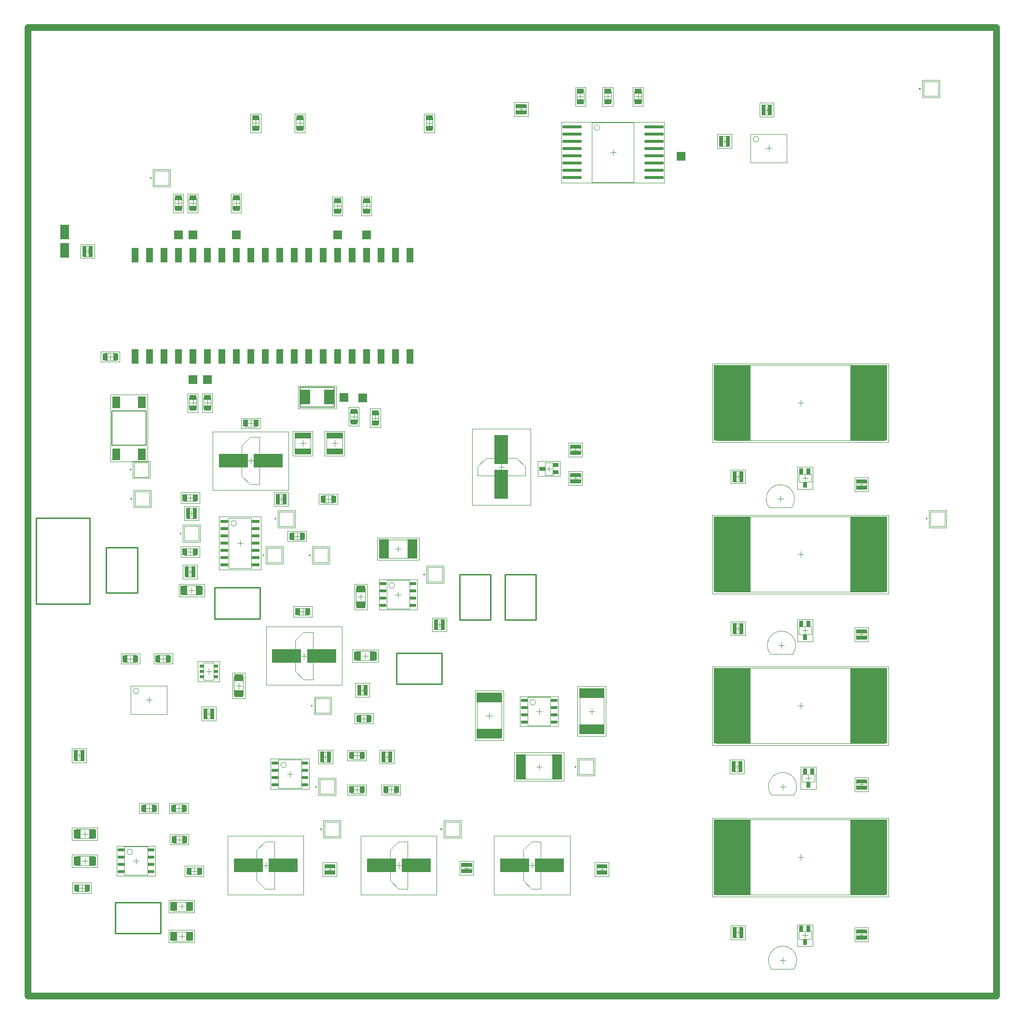
<source format=gtp>
G04*
G04 #@! TF.GenerationSoftware,Altium Limited,Altium Designer,21.6.1 (37)*
G04*
G04 Layer_Color=8421504*
%FSLAX44Y44*%
%MOMM*%
G71*
G04*
G04 #@! TF.SameCoordinates,E20D9ADD-B448-4F6B-AF7A-840ACA54CB8B*
G04*
G04*
G04 #@! TF.FilePolarity,Positive*
G04*
G01*
G75*
%ADD10C,0.1000*%
%ADD13C,0.2540*%
%ADD15C,0.2000*%
%ADD16C,0.1270*%
%ADD18C,1.2000*%
%ADD19C,0.0500*%
%ADD20R,1.8000X4.4500*%
%ADD21R,4.4500X1.8000*%
%ADD22R,1.8000X3.3500*%
%ADD23O,3.4000X0.5500*%
%ADD24R,1.4500X0.6000*%
%ADD25O,1.2500X0.5500*%
%ADD26R,1.2700X2.5000*%
%ADD27R,1.2700X2.5400*%
%ADD28R,0.8000X0.6000*%
%ADD29R,0.7000X1.0000*%
%ADD30R,1.0000X0.7000*%
%ADD31R,6.4500X13.3000*%
%ADD32R,5.1500X2.4500*%
%ADD33R,2.4500X5.1500*%
%ADD34R,1.6500X1.2000*%
%ADD35R,1.2000X1.6500*%
%ADD36R,1.3000X0.9000*%
%ADD37R,0.9000X1.3000*%
%ADD38R,0.8000X1.8500*%
%ADD39R,1.8500X0.8000*%
%ADD40R,2.9500X1.0000*%
%ADD41R,1.5240X1.5240*%
%ADD42R,1.5240X1.5240*%
%ADD43R,1.6000X2.5000*%
%ADD44R,1.9000X2.6000*%
G04:AMPARAMS|DCode=45|XSize=2.1mm|YSize=1.38mm|CornerRadius=0.1035mm|HoleSize=0mm|Usage=FLASHONLY|Rotation=270.000|XOffset=0mm|YOffset=0mm|HoleType=Round|Shape=RoundedRectangle|*
%AMROUNDEDRECTD45*
21,1,2.1000,1.1730,0,0,270.0*
21,1,1.8930,1.3800,0,0,270.0*
1,1,0.2070,-0.5865,-0.9465*
1,1,0.2070,-0.5865,0.9465*
1,1,0.2070,0.5865,0.9465*
1,1,0.2070,0.5865,-0.9465*
%
%ADD45ROUNDEDRECTD45*%
D10*
X1004000Y1524750D02*
G03*
X1004000Y1524750I-5000J0D01*
G01*
X366500Y830000D02*
G03*
X366500Y830000I-5000J0D01*
G01*
X184000Y253500D02*
G03*
X184000Y253500I-5000J0D01*
G01*
X454000Y406000D02*
G03*
X454000Y406000I-5000J0D01*
G01*
X891500Y516000D02*
G03*
X891500Y516000I-5000J0D01*
G01*
X644000Y721000D02*
G03*
X644000Y721000I-5000J0D01*
G01*
X1340800Y858000D02*
G03*
X1301200Y858000I-19800J15000D01*
G01*
X1344800Y352986D02*
G03*
X1305200Y352986I-19800J15000D01*
G01*
X1342800Y601000D02*
G03*
X1303200Y601000I-19800J15000D01*
G01*
X1344800Y48000D02*
G03*
X1305200Y48000I-19800J15000D01*
G01*
X1282980Y1504440D02*
G03*
X1282980Y1504440I-5000J0D01*
G01*
X195000Y536000D02*
G03*
X195000Y536000I-5000J0D01*
G01*
X861000Y381000D02*
X934000D01*
X861000Y424000D02*
X934000D01*
Y381000D02*
Y424000D01*
X861000Y381000D02*
Y424000D01*
X968500Y463500D02*
Y536500D01*
X1011500Y463500D02*
Y536500D01*
X968500Y463500D02*
X1011500D01*
X968500Y536500D02*
X1011500D01*
X788500Y456000D02*
Y529000D01*
X831500Y456000D02*
Y529000D01*
X788500Y456000D02*
X831500D01*
X788500Y529000D02*
X831500D01*
X680000Y769000D02*
Y801000D01*
X620000Y769000D02*
Y801000D01*
Y769000D02*
X680000D01*
X620000Y801000D02*
X680000D01*
X990000Y1428750D02*
Y1533750D01*
X1064000Y1428750D02*
Y1533750D01*
X990000D02*
X1064000D01*
X990000Y1428750D02*
X1064000D01*
X352500Y751000D02*
X392500D01*
X352500Y839000D02*
X392500D01*
Y751000D02*
Y839000D01*
X352500Y751000D02*
Y839000D01*
X170000Y212500D02*
X210000D01*
X170000Y262500D02*
X210000D01*
Y212500D02*
Y262500D01*
X170000Y212500D02*
Y262500D01*
X440000Y365000D02*
X480000D01*
X440000Y415000D02*
X480000D01*
Y365000D02*
Y415000D01*
X440000Y365000D02*
Y415000D01*
X877500Y475000D02*
X917500D01*
X877500Y525000D02*
X917500D01*
Y475000D02*
Y525000D01*
X877500Y475000D02*
Y525000D01*
X630000Y680000D02*
X670000D01*
X630000Y730000D02*
X670000D01*
Y680000D02*
Y730000D01*
X630000Y680000D02*
Y730000D01*
X308750Y585000D02*
X326250D01*
X308750Y555000D02*
X326250D01*
X308750D02*
Y585000D01*
X326250Y555000D02*
Y585000D01*
X1353040Y648723D02*
X1375040D01*
X1353040Y635223D02*
X1375040D01*
Y648723D01*
X1353040Y635223D02*
Y648723D01*
X1359540Y389750D02*
X1381540D01*
X1359540Y376250D02*
X1381540D01*
Y389750D01*
X1359540Y376250D02*
Y389750D01*
X1353040Y916370D02*
X1375040D01*
X1353040Y902870D02*
X1375040D01*
Y916370D01*
X1353040Y902870D02*
Y916370D01*
X921300Y915100D02*
Y937100D01*
X907800Y915100D02*
Y937100D01*
Y915100D02*
X921300D01*
X907800Y937100D02*
X921300D01*
X1353040Y113430D02*
X1375040D01*
X1353040Y99930D02*
X1375040D01*
Y113430D01*
X1353040Y99930D02*
Y113430D01*
X1208410Y709497D02*
Y841597D01*
X1504310Y709497D02*
Y841597D01*
X1208410D02*
X1504310D01*
X1208410Y709497D02*
X1504310D01*
X1208410Y443643D02*
Y575743D01*
X1504310Y443643D02*
Y575743D01*
X1208410D02*
X1504310D01*
X1208410Y443643D02*
X1504310D01*
X1208410Y975350D02*
Y1107450D01*
X1504310Y975350D02*
Y1107450D01*
X1208410D02*
X1504310D01*
X1208410Y975350D02*
X1504310D01*
X1208410Y177790D02*
Y309890D01*
X1504310Y177790D02*
Y309890D01*
X1208410D02*
X1504310D01*
X1208410Y177790D02*
X1504310D01*
X469500Y570625D02*
Y624375D01*
Y570625D02*
X484125Y556000D01*
X500500D01*
Y639000D01*
X484125D02*
X500500D01*
X469500Y624375D02*
X484125Y639000D01*
X375660Y912925D02*
Y966675D01*
Y912925D02*
X390285Y898300D01*
X406660D01*
Y981300D01*
X390285D02*
X406660D01*
X375660Y966675D02*
X390285Y981300D01*
X635800Y203125D02*
Y256875D01*
Y203125D02*
X650425Y188500D01*
X666800D01*
Y271500D01*
X650425D02*
X666800D01*
X635800Y256875D02*
X650425Y271500D01*
X402000Y203125D02*
Y256875D01*
Y203125D02*
X416625Y188500D01*
X433000D01*
Y271500D01*
X416625D02*
X433000D01*
X402000Y256875D02*
X416625Y271500D01*
X869600Y203125D02*
Y256875D01*
Y203125D02*
X884225Y188500D01*
X900600D01*
Y271500D01*
X884225D02*
X900600D01*
X869600Y256875D02*
X884225Y271500D01*
X804425Y944600D02*
X858175D01*
X789800Y929975D02*
X804425Y944600D01*
X789800Y913600D02*
Y929975D01*
Y913600D02*
X872800D01*
Y929975D01*
X858175Y944600D02*
X872800Y929975D01*
X362000Y561000D02*
X378000D01*
X362000Y529000D02*
X378000D01*
Y561000D01*
X362000Y529000D02*
Y561000D01*
X116000Y229500D02*
Y245500D01*
X84000Y229500D02*
Y245500D01*
Y229500D02*
X116000D01*
X84000Y245500D02*
X116000D01*
X271500Y704500D02*
Y720500D01*
X303500Y704500D02*
Y720500D01*
X271500D02*
X303500D01*
X271500Y704500D02*
X303500D01*
X116000Y277000D02*
Y293000D01*
X84000Y277000D02*
Y293000D01*
Y277000D02*
X116000D01*
X84000Y293000D02*
X116000D01*
X608500Y589500D02*
Y605500D01*
X576500Y589500D02*
Y605500D01*
Y589500D02*
X608500D01*
X576500Y605500D02*
X608500D01*
X286000Y97000D02*
Y113000D01*
X254000Y97000D02*
Y113000D01*
Y97000D02*
X286000D01*
X254000Y113000D02*
X286000D01*
X254000Y149500D02*
Y165500D01*
X286000Y149500D02*
Y165500D01*
X254000D02*
X286000D01*
X254000Y149500D02*
X286000D01*
X576147Y717000D02*
X592147D01*
X576147Y685000D02*
X592147D01*
Y717000D01*
X576147Y685000D02*
Y717000D01*
X393750Y1522500D02*
Y1542500D01*
X406250Y1522500D02*
Y1542500D01*
X393750Y1522500D02*
X406250D01*
X393750Y1542500D02*
X406250D01*
X471250Y1522500D02*
Y1542500D01*
X483750Y1522500D02*
Y1542500D01*
X471250Y1522500D02*
X483750D01*
X471250Y1542500D02*
X483750D01*
X698550Y1522500D02*
Y1542500D01*
X711050Y1522500D02*
Y1542500D01*
X698550Y1522500D02*
X711050D01*
X698550Y1542500D02*
X711050D01*
X282250Y213250D02*
X302250D01*
X282250Y225750D02*
X302250D01*
Y213250D02*
Y225750D01*
X282250Y213250D02*
Y225750D01*
X275000Y881250D02*
X295000D01*
X275000Y868750D02*
X295000D01*
X275000D02*
Y881250D01*
X295000Y868750D02*
Y881250D01*
X472500Y668750D02*
X492500D01*
X472500Y681250D02*
X492500D01*
Y668750D02*
Y681250D01*
X472500Y668750D02*
Y681250D01*
X256000Y268750D02*
X276000D01*
X256000Y281250D02*
X276000D01*
Y268750D02*
Y281250D01*
X256000Y268750D02*
Y281250D01*
X381160Y999590D02*
X401160D01*
X381160Y1012090D02*
X401160D01*
Y999590D02*
Y1012090D01*
X381160Y999590D02*
Y1012090D01*
X567500Y416250D02*
X587500D01*
X567500Y428750D02*
X587500D01*
Y416250D02*
Y428750D01*
X567500Y416250D02*
Y428750D01*
X517500Y866250D02*
X537500D01*
X517500Y878750D02*
X537500D01*
Y866250D02*
Y878750D01*
X517500Y866250D02*
Y878750D01*
X255000Y336250D02*
X275000D01*
X255000Y323750D02*
X275000D01*
X255000D02*
Y336250D01*
X275000Y323750D02*
Y336250D01*
X275000Y773750D02*
X295000D01*
X275000Y786250D02*
X295000D01*
Y773750D02*
Y786250D01*
X275000Y773750D02*
Y786250D01*
X85000Y196250D02*
X105000D01*
X85000Y183750D02*
X105000D01*
X85000D02*
Y196250D01*
X105000Y183750D02*
Y196250D01*
X227500Y598750D02*
X247500D01*
X227500Y586250D02*
X247500D01*
X227500D02*
Y598750D01*
X247500Y586250D02*
Y598750D01*
X170000D02*
X190000D01*
X170000Y586250D02*
X190000D01*
X170000D02*
Y598750D01*
X190000Y586250D02*
Y598750D01*
X580000Y481250D02*
X600000D01*
X580000Y493750D02*
X600000D01*
Y481250D02*
Y493750D01*
X580000Y481250D02*
Y493750D01*
X627500Y368750D02*
X647500D01*
X627500Y356250D02*
X647500D01*
X627500D02*
Y368750D01*
X647500Y356250D02*
Y368750D01*
X135000Y1128750D02*
X155000D01*
X135000Y1116250D02*
X155000D01*
X135000D02*
Y1128750D01*
X155000Y1116250D02*
Y1128750D01*
X976250Y1569000D02*
Y1589000D01*
X963750Y1569000D02*
Y1589000D01*
X976250D01*
X963750Y1569000D02*
X976250D01*
X1024250D02*
Y1589000D01*
X1011750Y1569000D02*
Y1589000D01*
X1024250D01*
X1011750Y1569000D02*
X1024250D01*
X1077250D02*
Y1589000D01*
X1064750Y1569000D02*
Y1589000D01*
X1077250D01*
X1064750Y1569000D02*
X1077250D01*
X202500Y323750D02*
X222500D01*
X202500Y336250D02*
X222500D01*
Y323750D02*
Y336250D01*
X202500Y323750D02*
Y336250D01*
X567500Y368750D02*
X587500D01*
X567500Y356250D02*
X587500D01*
X567500D02*
Y368750D01*
X587500Y356250D02*
Y368750D01*
X372010Y1381920D02*
Y1401920D01*
X359510Y1381920D02*
Y1401920D01*
X372010D01*
X359510Y1381920D02*
X372010D01*
X295810D02*
Y1401920D01*
X283310Y1381920D02*
Y1401920D01*
X295810D01*
X283310Y1381920D02*
X295810D01*
X270410D02*
Y1401920D01*
X257910Y1381920D02*
Y1401920D01*
X270410D01*
X257910Y1381920D02*
X270410D01*
X549810Y1376840D02*
Y1396840D01*
X537310Y1376840D02*
Y1396840D01*
X549810D01*
X537310Y1376840D02*
X549810D01*
X600610D02*
Y1396840D01*
X588110Y1376840D02*
Y1396840D01*
X600610D01*
X588110Y1376840D02*
X600610D01*
X603750Y1005000D02*
Y1025000D01*
X616250Y1005000D02*
Y1025000D01*
X603750Y1005000D02*
X616250D01*
X603750Y1025000D02*
X616250D01*
X566250Y1007500D02*
Y1027500D01*
X578750Y1007500D02*
Y1027500D01*
X566250Y1007500D02*
X578750D01*
X566250Y1027500D02*
X578750D01*
X308710Y1031400D02*
Y1051400D01*
X321210Y1031400D02*
Y1051400D01*
X308710Y1031400D02*
X321210D01*
X308710Y1051400D02*
X321210D01*
X283310Y1031400D02*
Y1051400D01*
X295810Y1031400D02*
Y1051400D01*
X283310Y1031400D02*
X295810D01*
X283310Y1051400D02*
X295810D01*
X462500Y801250D02*
X482500D01*
X462500Y813750D02*
X482500D01*
Y801250D02*
Y813750D01*
X462500Y801250D02*
Y813750D01*
X277500Y736000D02*
Y754000D01*
X292500Y736000D02*
Y754000D01*
X277500D02*
X292500D01*
X277500Y736000D02*
X292500D01*
X515000Y411000D02*
Y429000D01*
X530000Y411000D02*
Y429000D01*
X515000D02*
X530000D01*
X515000Y411000D02*
X530000D01*
X82500Y413500D02*
Y431500D01*
X97500Y413500D02*
Y431500D01*
X82500D02*
X97500D01*
X82500Y413500D02*
X97500D01*
X325500Y487000D02*
Y505000D01*
X310500Y487000D02*
Y505000D01*
Y487000D02*
X325500D01*
X310500Y505000D02*
X325500D01*
X1304500Y1547000D02*
Y1565000D01*
X1289500Y1547000D02*
Y1565000D01*
Y1547000D02*
X1304500D01*
X1289500Y1565000D02*
X1304500D01*
X1215500Y1492000D02*
Y1510000D01*
X1230500Y1492000D02*
Y1510000D01*
X1215500D02*
X1230500D01*
X1215500Y1492000D02*
X1230500D01*
X580000Y528500D02*
Y546500D01*
X595000Y528500D02*
Y546500D01*
X580000D02*
X595000D01*
X580000Y528500D02*
X595000D01*
X857000Y1564500D02*
X875000D01*
X857000Y1549500D02*
X875000D01*
Y1564500D01*
X857000Y1549500D02*
Y1564500D01*
X622500Y411000D02*
Y429000D01*
X637500Y411000D02*
Y429000D01*
X622500D02*
X637500D01*
X622500Y411000D02*
X637500D01*
X1454500Y379083D02*
X1472500D01*
X1454500Y364083D02*
X1472500D01*
Y379083D01*
X1454500Y364083D02*
Y379083D01*
Y905750D02*
X1472500D01*
X1454500Y890750D02*
X1472500D01*
Y905750D01*
X1454500Y890750D02*
Y905750D01*
Y642417D02*
X1472500D01*
X1454500Y627417D02*
X1472500D01*
Y642417D01*
X1454500Y627417D02*
Y642417D01*
X761000Y217500D02*
X779000D01*
X761000Y232500D02*
X779000D01*
X761000Y217500D02*
Y232500D01*
X779000Y217500D02*
Y232500D01*
X295000Y838500D02*
Y856500D01*
X280000Y838500D02*
Y856500D01*
Y838500D02*
X295000D01*
X280000Y856500D02*
X295000D01*
X521000Y215000D02*
X539000D01*
X521000Y230000D02*
X539000D01*
X521000Y215000D02*
Y230000D01*
X539000Y215000D02*
Y230000D01*
X1239040Y102760D02*
Y120760D01*
X1254040Y102760D02*
Y120760D01*
X1239040D02*
X1254040D01*
X1239040Y102760D02*
X1254040D01*
X1239040Y636333D02*
Y654333D01*
X1254040Y636333D02*
Y654333D01*
X1239040D02*
X1254040D01*
X1239040Y636333D02*
X1254040D01*
X1237500Y394000D02*
Y412000D01*
X1252500Y394000D02*
Y412000D01*
X1237500D02*
X1252500D01*
X1237500Y394000D02*
X1252500D01*
X1239040Y903120D02*
Y921120D01*
X1254040Y903120D02*
Y921120D01*
X1239040D02*
X1254040D01*
X1239040Y903120D02*
X1254040D01*
X998500Y215000D02*
X1016500D01*
X998500Y230000D02*
X1016500D01*
X998500Y215000D02*
Y230000D01*
X1016500Y215000D02*
Y230000D01*
X437500Y863500D02*
Y881500D01*
X452500Y863500D02*
Y881500D01*
X437500D02*
X452500D01*
X437500Y863500D02*
X452500D01*
X952300Y916600D02*
X970300D01*
X952300Y901600D02*
X970300D01*
Y916600D01*
X952300Y901600D02*
Y916600D01*
X952300Y951600D02*
X970300D01*
X952300Y966600D02*
X970300D01*
X952300Y951600D02*
Y966600D01*
X970300Y951600D02*
Y966600D01*
X97500Y1298500D02*
Y1316500D01*
X112500Y1298500D02*
Y1316500D01*
X97500D02*
X112500D01*
X97500Y1298500D02*
X112500D01*
X715000Y643500D02*
Y661500D01*
X730000Y643500D02*
Y661500D01*
X715000D02*
X730000D01*
X715000Y643500D02*
X730000D01*
X1454500Y115750D02*
X1472500D01*
X1454500Y100750D02*
X1472500D01*
Y115750D01*
X1454500Y100750D02*
Y115750D01*
X524530Y955380D02*
X552430D01*
X524530Y985180D02*
X552430D01*
X524530Y955380D02*
Y985180D01*
X552430Y955380D02*
Y985180D01*
X468650Y955380D02*
X496550D01*
X468650Y985180D02*
X496550D01*
X468650Y955380D02*
Y985180D01*
X496550Y955380D02*
Y985180D01*
X1572300Y1580300D02*
Y1605700D01*
X1597700D01*
Y1580300D02*
Y1605700D01*
X1572300Y1580300D02*
X1597700D01*
X1301200Y858000D02*
X1340800D01*
X1305200Y352986D02*
X1344800D01*
X1303200Y601000D02*
X1342800D01*
X1305200Y48000D02*
X1344800D01*
X505300Y497300D02*
X530700D01*
Y522700D01*
X505300D02*
X530700D01*
X505300Y497300D02*
Y522700D01*
X188300Y860300D02*
X213700D01*
Y885700D01*
X188300D02*
X213700D01*
X188300Y860300D02*
Y885700D01*
X1584300Y825300D02*
X1609700D01*
Y850700D01*
X1584300D02*
X1609700D01*
X1584300Y825300D02*
Y850700D01*
X732300Y280300D02*
X757700D01*
Y305700D01*
X732300D02*
X757700D01*
X732300Y280300D02*
Y305700D01*
X186909Y911722D02*
X212309D01*
Y937122D01*
X186909D02*
X212309D01*
X186909Y911722D02*
Y937122D01*
X501300Y761300D02*
X526700D01*
Y786700D01*
X501300D02*
X526700D01*
X501300Y761300D02*
Y786700D01*
X222300Y1423300D02*
X247700D01*
Y1448700D01*
X222300D02*
X247700D01*
X222300Y1423300D02*
Y1448700D01*
X441300Y825300D02*
X466700D01*
Y850700D01*
X441300D02*
X466700D01*
X441300Y825300D02*
Y850700D01*
X521300Y280300D02*
X546700D01*
Y305700D01*
X521300D02*
X546700D01*
X521300Y280300D02*
Y305700D01*
X420300Y761300D02*
X445700D01*
Y786700D01*
X420300D02*
X445700D01*
X420300Y761300D02*
Y786700D01*
X702300Y727300D02*
X727700D01*
Y752700D01*
X702300D02*
X727700D01*
X702300Y727300D02*
Y752700D01*
X1268980Y1463440D02*
Y1513440D01*
X1331980Y1463440D02*
Y1513440D01*
X1268980D02*
X1331980D01*
X1268980Y1463440D02*
X1331980D01*
X181000Y495000D02*
Y545000D01*
X244000Y495000D02*
Y545000D01*
X181000D02*
X244000D01*
X181000Y495000D02*
X244000D01*
X274800Y799800D02*
Y825200D01*
X300200D01*
Y799800D02*
Y825200D01*
X274800Y799800D02*
X300200D01*
X512300Y354800D02*
X537700D01*
Y380200D01*
X512300D02*
X537700D01*
X512300Y354800D02*
Y380200D01*
X967300Y389800D02*
X992700D01*
Y415200D01*
X967300D02*
X992700D01*
X967300Y389800D02*
Y415200D01*
X897500Y397500D02*
Y407500D01*
X892500Y402500D02*
X902500D01*
X985000Y500000D02*
X995000D01*
X990000Y495000D02*
Y505000D01*
X805000Y492500D02*
X815000D01*
X810000Y487500D02*
Y497500D01*
X645000Y785000D02*
X655000D01*
X650000Y780000D02*
Y790000D01*
X1022000Y1481250D02*
X1032000D01*
X1027000Y1476250D02*
Y1486250D01*
X372500Y790000D02*
Y800000D01*
X367500Y795000D02*
X377500D01*
X190000Y232500D02*
Y242500D01*
X185000Y237500D02*
X195000D01*
X460000Y385000D02*
Y395000D01*
X455000Y390000D02*
X465000D01*
X897500Y495000D02*
Y505000D01*
X892500Y500000D02*
X902500D01*
X650000Y700000D02*
Y710000D01*
X645000Y705000D02*
X655000D01*
X317500Y565000D02*
Y575000D01*
X312500Y570000D02*
X322500D01*
X1364040Y636973D02*
Y646973D01*
X1359040Y641973D02*
X1369040D01*
X1370540Y378000D02*
Y388000D01*
X1365540Y383000D02*
X1375540D01*
X1364040Y904620D02*
Y914620D01*
X1359040Y909620D02*
X1369040D01*
X909550Y926100D02*
X919550D01*
X914550Y921100D02*
Y931100D01*
X1364040Y101680D02*
Y111680D01*
X1359040Y106680D02*
X1369040D01*
X1351360Y775547D02*
X1361360D01*
X1356360Y770547D02*
Y780547D01*
X1351360Y509693D02*
X1361360D01*
X1356360Y504693D02*
Y514693D01*
X1351360Y1041400D02*
X1361360D01*
X1356360Y1036400D02*
Y1046400D01*
X1351360Y243840D02*
X1361360D01*
X1356360Y238840D02*
Y248840D01*
X485000Y592500D02*
Y602500D01*
X480000Y597500D02*
X490000D01*
X391160Y934800D02*
Y944800D01*
X386160Y939800D02*
X396160D01*
X651300Y225000D02*
Y235000D01*
X646300Y230000D02*
X656300D01*
X417500Y225000D02*
Y235000D01*
X412500Y230000D02*
X422500D01*
X885100Y225000D02*
Y235000D01*
X880100Y230000D02*
X890100D01*
X826300Y929100D02*
X836300D01*
X831300Y924100D02*
Y934100D01*
X370000Y540000D02*
Y550000D01*
X365000Y545000D02*
X375000D01*
X95000Y237500D02*
X105000D01*
X100000Y232500D02*
Y242500D01*
X282500Y712500D02*
X292500D01*
X287500Y707500D02*
Y717500D01*
X95000Y285000D02*
X105000D01*
X100000Y280000D02*
Y290000D01*
X587500Y597500D02*
X597500D01*
X592500Y592500D02*
Y602500D01*
X265000Y105000D02*
X275000D01*
X270000Y100000D02*
Y110000D01*
X265000Y157500D02*
X275000D01*
X270000Y152500D02*
Y162500D01*
X584147Y696000D02*
Y706000D01*
X579147Y701000D02*
X589147D01*
X395000Y1532500D02*
X405000D01*
X400000Y1527500D02*
Y1537500D01*
X472500Y1532500D02*
X482500D01*
X477500Y1527500D02*
Y1537500D01*
X699800Y1532500D02*
X709800D01*
X704800Y1527500D02*
Y1537500D01*
X292250Y214500D02*
Y224500D01*
X287250Y219500D02*
X297250D01*
X285000Y870000D02*
Y880000D01*
X280000Y875000D02*
X290000D01*
X482500Y670000D02*
Y680000D01*
X477500Y675000D02*
X487500D01*
X266000Y270000D02*
Y280000D01*
X261000Y275000D02*
X271000D01*
X391160Y1000840D02*
Y1010840D01*
X386160Y1005840D02*
X396160D01*
X577500Y417500D02*
Y427500D01*
X572500Y422500D02*
X582500D01*
X527500Y867500D02*
Y877500D01*
X522500Y872500D02*
X532500D01*
X265000Y325000D02*
Y335000D01*
X260000Y330000D02*
X270000D01*
X285000Y775000D02*
Y785000D01*
X280000Y780000D02*
X290000D01*
X95000Y185000D02*
Y195000D01*
X90000Y190000D02*
X100000D01*
X237500Y587500D02*
Y597500D01*
X232500Y592500D02*
X242500D01*
X180000Y587500D02*
Y597500D01*
X175000Y592500D02*
X185000D01*
X590000Y482500D02*
Y492500D01*
X585000Y487500D02*
X595000D01*
X637500Y357500D02*
Y367500D01*
X632500Y362500D02*
X642500D01*
X145000Y1117500D02*
Y1127500D01*
X140000Y1122500D02*
X150000D01*
X965000Y1579000D02*
X975000D01*
X970000Y1574000D02*
Y1584000D01*
X1013000Y1579000D02*
X1023000D01*
X1018000Y1574000D02*
Y1584000D01*
X1066000Y1579000D02*
X1076000D01*
X1071000Y1574000D02*
Y1584000D01*
X212500Y325000D02*
Y335000D01*
X207500Y330000D02*
X217500D01*
X577500Y357500D02*
Y367500D01*
X572500Y362500D02*
X582500D01*
X360760Y1391920D02*
X370760D01*
X365760Y1386920D02*
Y1396920D01*
X284560Y1391920D02*
X294560D01*
X289560Y1386920D02*
Y1396920D01*
X259160Y1391920D02*
X269160D01*
X264160Y1386920D02*
Y1396920D01*
X538560Y1386840D02*
X548560D01*
X543560Y1381840D02*
Y1391840D01*
X589360Y1386840D02*
X599360D01*
X594360Y1381840D02*
Y1391840D01*
X605000Y1015000D02*
X615000D01*
X610000Y1010000D02*
Y1020000D01*
X567500Y1017500D02*
X577500D01*
X572500Y1012500D02*
Y1022500D01*
X309960Y1041400D02*
X319960D01*
X314960Y1036400D02*
Y1046400D01*
X284560Y1041400D02*
X294560D01*
X289560Y1036400D02*
Y1046400D01*
X472500Y802500D02*
Y812500D01*
X467500Y807500D02*
X477500D01*
X280000Y745000D02*
X290000D01*
X285000Y740000D02*
Y750000D01*
X517500Y420000D02*
X527500D01*
X522500Y415000D02*
Y425000D01*
X85000Y422500D02*
X95000D01*
X90000Y417500D02*
Y427500D01*
X313000Y496000D02*
X323000D01*
X318000Y491000D02*
Y501000D01*
X1292000Y1556000D02*
X1302000D01*
X1297000Y1551000D02*
Y1561000D01*
X1218000Y1501000D02*
X1228000D01*
X1223000Y1496000D02*
Y1506000D01*
X582500Y537500D02*
X592500D01*
X587500Y532500D02*
Y542500D01*
X866000Y1552000D02*
Y1562000D01*
X861000Y1557000D02*
X871000D01*
X625000Y420000D02*
X635000D01*
X630000Y415000D02*
Y425000D01*
X1463500Y366583D02*
Y376583D01*
X1458500Y371583D02*
X1468500D01*
X1463500Y893250D02*
Y903250D01*
X1458500Y898250D02*
X1468500D01*
X1463500Y629917D02*
Y639917D01*
X1458500Y634917D02*
X1468500D01*
X770000Y220000D02*
Y230000D01*
X765000Y225000D02*
X775000D01*
X282500Y847500D02*
X292500D01*
X287500Y842500D02*
Y852500D01*
X530000Y217500D02*
Y227500D01*
X525000Y222500D02*
X535000D01*
X1241540Y111760D02*
X1251540D01*
X1246540Y106760D02*
Y116760D01*
X1241540Y645333D02*
X1251540D01*
X1246540Y640333D02*
Y650333D01*
X1240000Y403000D02*
X1250000D01*
X1245000Y398000D02*
Y408000D01*
X1241540Y912120D02*
X1251540D01*
X1246540Y907120D02*
Y917120D01*
X1007500Y217500D02*
Y227500D01*
X1002500Y222500D02*
X1012500D01*
X440000Y872500D02*
X450000D01*
X445000Y867500D02*
Y877500D01*
X961300Y904100D02*
Y914100D01*
X956300Y909100D02*
X966300D01*
X961300Y954100D02*
Y964100D01*
X956300Y959100D02*
X966300D01*
X100000Y1307500D02*
X110000D01*
X105000Y1302500D02*
Y1312500D01*
X717500Y652500D02*
X727500D01*
X722500Y647500D02*
Y657500D01*
X1463500Y103250D02*
Y113250D01*
X1458500Y108250D02*
X1468500D01*
X538480Y965280D02*
Y975280D01*
X533480Y970280D02*
X543480D01*
X482600Y965280D02*
Y975280D01*
X477600Y970280D02*
X487600D01*
X1316000Y873000D02*
X1326000D01*
X1321000Y868000D02*
Y878000D01*
X1320000Y367986D02*
X1330000D01*
X1325000Y362986D02*
Y372986D01*
X1318000Y616000D02*
X1328000D01*
X1323000Y611000D02*
Y621000D01*
X1320000Y63000D02*
X1330000D01*
X1325000Y58000D02*
Y68000D01*
X1295480Y1488440D02*
X1305480D01*
X1300480Y1483440D02*
Y1493440D01*
X207500Y520000D02*
X217500D01*
X212500Y515000D02*
Y525000D01*
D13*
X15086Y689000D02*
X109000D01*
X15086Y839000D02*
X109000D01*
X15086Y689000D02*
Y839000D01*
X109000Y689000D02*
Y839000D01*
X153250Y110250D02*
Y164750D01*
X232750Y110250D02*
Y164750D01*
X153250D02*
X232750D01*
X153250Y110250D02*
X232750D01*
X137750Y708250D02*
X192250D01*
X137750Y787750D02*
X192250D01*
X137750Y708250D02*
Y787750D01*
X192250Y708250D02*
Y787750D01*
X726750Y547750D02*
Y602250D01*
X647250Y547750D02*
Y602250D01*
Y547750D02*
X726750D01*
X647250Y602250D02*
X726750D01*
X328250Y662750D02*
Y717250D01*
X407750Y662750D02*
Y717250D01*
X328250D02*
X407750D01*
X328250Y662750D02*
X407750D01*
X757750Y660750D02*
X812250D01*
X757750Y740250D02*
X812250D01*
X757750Y660750D02*
Y740250D01*
X812250Y660750D02*
Y740250D01*
X837750Y660750D02*
X892250D01*
X837750Y740250D02*
X892250D01*
X837750Y660750D02*
Y740250D01*
X892250Y660750D02*
Y740250D01*
D15*
X1566800Y1593000D02*
G03*
X1566800Y1593000I-1000J0D01*
G01*
X499800Y510000D02*
G03*
X499800Y510000I-1000J0D01*
G01*
X182800Y873000D02*
G03*
X182800Y873000I-1000J0D01*
G01*
X1578800Y838000D02*
G03*
X1578800Y838000I-1000J0D01*
G01*
X726800Y293000D02*
G03*
X726800Y293000I-1000J0D01*
G01*
X181409Y924422D02*
G03*
X181409Y924422I-1000J0D01*
G01*
X495800Y774000D02*
G03*
X495800Y774000I-1000J0D01*
G01*
X216800Y1436000D02*
G03*
X216800Y1436000I-1000J0D01*
G01*
X435800Y838000D02*
G03*
X435800Y838000I-1000J0D01*
G01*
X515800Y293000D02*
G03*
X515800Y293000I-1000J0D01*
G01*
X414800Y774000D02*
G03*
X414800Y774000I-1000J0D01*
G01*
X696800Y740000D02*
G03*
X696800Y740000I-1000J0D01*
G01*
X269300Y812500D02*
G03*
X269300Y812500I-1000J0D01*
G01*
X506800Y367500D02*
G03*
X506800Y367500I-1000J0D01*
G01*
X961800Y402500D02*
G03*
X961800Y402500I-1000J0D01*
G01*
D16*
X478000Y1034060D02*
Y1069060D01*
Y1034060D02*
X538000D01*
Y1069060D01*
X478000D02*
X538000D01*
X148000Y967000D02*
X208000D01*
X148000D02*
Y1027000D01*
X208000D01*
Y967000D02*
Y1027000D01*
D18*
X0Y0D02*
X1700000D01*
Y1700000D01*
X0D02*
X1700000D01*
X0Y0D02*
Y1700000D01*
D19*
X854000Y377500D02*
X941000D01*
X854000Y427500D02*
X941000D01*
Y377500D02*
Y427500D01*
X854000Y377500D02*
Y427500D01*
X965000Y456500D02*
Y543500D01*
X1015000Y456500D02*
Y543500D01*
X965000Y456500D02*
X1015000D01*
X965000Y543500D02*
X1015000D01*
X785000Y449000D02*
Y536000D01*
X835000Y449000D02*
Y536000D01*
X785000Y449000D02*
X835000D01*
X785000Y536000D02*
X835000D01*
X687000Y765500D02*
Y804500D01*
X613000Y765500D02*
Y804500D01*
Y765500D02*
X687000D01*
X613000Y804500D02*
X687000D01*
X937000Y1427750D02*
Y1534750D01*
X1117000Y1427750D02*
Y1534750D01*
X937000D02*
X1117000D01*
X937000Y1427750D02*
X1117000D01*
X335500Y748500D02*
X409500D01*
X335500Y841500D02*
X409500D01*
Y748500D02*
Y841500D01*
X335500Y748500D02*
Y841500D01*
X156500Y211000D02*
X223500D01*
X156500Y264000D02*
X223500D01*
Y211000D02*
Y264000D01*
X156500Y211000D02*
Y264000D01*
X426500Y363500D02*
X493500D01*
X426500Y416500D02*
X493500D01*
Y363500D02*
Y416500D01*
X426500Y363500D02*
Y416500D01*
X864000Y473500D02*
X931000D01*
X864000Y526500D02*
X931000D01*
Y473500D02*
Y526500D01*
X864000Y473500D02*
Y526500D01*
X616500Y678500D02*
X683500D01*
X616500Y731500D02*
X683500D01*
Y678500D02*
Y731500D01*
X616500Y678500D02*
Y731500D01*
X298250Y587500D02*
X336750D01*
X298250Y552500D02*
X336750D01*
X298250D02*
Y587500D01*
X336750Y552500D02*
Y587500D01*
X1350540Y661223D02*
X1377540D01*
X1350540Y622723D02*
X1377540D01*
Y661223D01*
X1350540Y622723D02*
Y661223D01*
X1357040Y402250D02*
X1384040D01*
X1357040Y363750D02*
X1384040D01*
Y402250D01*
X1357040Y363750D02*
Y402250D01*
X1350540Y928870D02*
X1377540D01*
X1350540Y890370D02*
X1377540D01*
Y928870D01*
X1350540Y890370D02*
Y928870D01*
X933800Y912600D02*
Y939600D01*
X895300Y912600D02*
Y939600D01*
Y912600D02*
X933800D01*
X895300Y939600D02*
X933800D01*
X1350540Y125930D02*
X1377540D01*
X1350540Y87430D02*
X1377540D01*
Y125930D01*
X1350540Y87430D02*
Y125930D01*
X1201860Y706547D02*
Y844547D01*
X1510860Y706547D02*
Y844547D01*
X1201860D02*
X1510860D01*
X1201860Y706547D02*
X1510860D01*
X1201860Y440693D02*
Y578693D01*
X1510860Y440693D02*
Y578693D01*
X1201860D02*
X1510860D01*
X1201860Y440693D02*
X1510860D01*
X1201860Y972400D02*
Y1110400D01*
X1510860Y972400D02*
Y1110400D01*
X1201860D02*
X1510860D01*
X1201860Y972400D02*
X1510860D01*
X1201860Y174840D02*
Y312840D01*
X1510860Y174840D02*
Y312840D01*
X1201860D02*
X1510860D01*
X1201860Y174840D02*
X1510860D01*
X418500Y546000D02*
X551500D01*
X418500Y649000D02*
X551500D01*
Y546000D02*
Y649000D01*
X418500Y546000D02*
Y649000D01*
X324660Y888300D02*
X457660D01*
X324660Y991300D02*
X457660D01*
Y888300D02*
Y991300D01*
X324660Y888300D02*
Y991300D01*
X584800Y178500D02*
X717800D01*
X584800Y281500D02*
X717800D01*
Y178500D02*
Y281500D01*
X584800Y178500D02*
Y281500D01*
X351000Y178500D02*
X484000D01*
X351000Y281500D02*
X484000D01*
Y178500D02*
Y281500D01*
X351000Y178500D02*
Y281500D01*
X818600Y178500D02*
X951600D01*
X818600Y281500D02*
X951600D01*
Y178500D02*
Y281500D01*
X818600Y178500D02*
Y281500D01*
X779800Y862600D02*
Y995600D01*
X882800Y862600D02*
Y995600D01*
X779800Y862600D02*
X882800D01*
X779800Y995600D02*
X882800D01*
X359000Y567500D02*
X381000D01*
X359000Y522500D02*
X381000D01*
Y567500D01*
X359000Y522500D02*
Y567500D01*
X122500Y226500D02*
Y248500D01*
X77500Y226500D02*
Y248500D01*
Y226500D02*
X122500D01*
X77500Y248500D02*
X122500D01*
X265000Y701500D02*
Y723500D01*
X310000Y701500D02*
Y723500D01*
X265000D02*
X310000D01*
X265000Y701500D02*
X310000D01*
X122500Y274000D02*
Y296000D01*
X77500Y274000D02*
Y296000D01*
Y274000D02*
X122500D01*
X77500Y296000D02*
X122500D01*
X615000Y586500D02*
Y608500D01*
X570000Y586500D02*
Y608500D01*
Y586500D02*
X615000D01*
X570000Y608500D02*
X615000D01*
X292500Y94000D02*
Y116000D01*
X247500Y94000D02*
Y116000D01*
Y94000D02*
X292500D01*
X247500Y116000D02*
X292500D01*
X247500Y146500D02*
Y168500D01*
X292500Y146500D02*
Y168500D01*
X247500D02*
X292500D01*
X247500Y146500D02*
X292500D01*
X573147Y723500D02*
X595147D01*
X573147Y678500D02*
X595147D01*
Y723500D01*
X573147Y678500D02*
Y723500D01*
X391000Y1516000D02*
Y1549000D01*
X409000Y1516000D02*
Y1549000D01*
X391000Y1516000D02*
X409000D01*
X391000Y1549000D02*
X409000D01*
X468500Y1516000D02*
Y1549000D01*
X486500Y1516000D02*
Y1549000D01*
X468500Y1516000D02*
X486500D01*
X468500Y1549000D02*
X486500D01*
X695800Y1516000D02*
Y1549000D01*
X713800Y1516000D02*
Y1549000D01*
X695800Y1516000D02*
X713800D01*
X695800Y1549000D02*
X713800D01*
X275750Y210500D02*
X308750D01*
X275750Y228500D02*
X308750D01*
Y210500D02*
Y228500D01*
X275750Y210500D02*
Y228500D01*
X268500Y884000D02*
X301500D01*
X268500Y866000D02*
X301500D01*
X268500D02*
Y884000D01*
X301500Y866000D02*
Y884000D01*
X466000Y666000D02*
X499000D01*
X466000Y684000D02*
X499000D01*
Y666000D02*
Y684000D01*
X466000Y666000D02*
Y684000D01*
X249500Y266000D02*
X282500D01*
X249500Y284000D02*
X282500D01*
Y266000D02*
Y284000D01*
X249500Y266000D02*
Y284000D01*
X374660Y996840D02*
X407660D01*
X374660Y1014840D02*
X407660D01*
Y996840D02*
Y1014840D01*
X374660Y996840D02*
Y1014840D01*
X561000Y413500D02*
X594000D01*
X561000Y431500D02*
X594000D01*
Y413500D02*
Y431500D01*
X561000Y413500D02*
Y431500D01*
X511000Y863500D02*
X544000D01*
X511000Y881500D02*
X544000D01*
Y863500D02*
Y881500D01*
X511000Y863500D02*
Y881500D01*
X248500Y339000D02*
X281500D01*
X248500Y321000D02*
X281500D01*
X248500D02*
Y339000D01*
X281500Y321000D02*
Y339000D01*
X268500Y771000D02*
X301500D01*
X268500Y789000D02*
X301500D01*
Y771000D02*
Y789000D01*
X268500Y771000D02*
Y789000D01*
X78500Y199000D02*
X111500D01*
X78500Y181000D02*
X111500D01*
X78500D02*
Y199000D01*
X111500Y181000D02*
Y199000D01*
X221000Y601500D02*
X254000D01*
X221000Y583500D02*
X254000D01*
X221000D02*
Y601500D01*
X254000Y583500D02*
Y601500D01*
X163500D02*
X196500D01*
X163500Y583500D02*
X196500D01*
X163500D02*
Y601500D01*
X196500Y583500D02*
Y601500D01*
X573500Y478500D02*
X606500D01*
X573500Y496500D02*
X606500D01*
Y478500D02*
Y496500D01*
X573500Y478500D02*
Y496500D01*
X621000Y371500D02*
X654000D01*
X621000Y353500D02*
X654000D01*
X621000D02*
Y371500D01*
X654000Y353500D02*
Y371500D01*
X128500Y1131500D02*
X161500D01*
X128500Y1113500D02*
X161500D01*
X128500D02*
Y1131500D01*
X161500Y1113500D02*
Y1131500D01*
X979000Y1562500D02*
Y1595500D01*
X961000Y1562500D02*
Y1595500D01*
X979000D01*
X961000Y1562500D02*
X979000D01*
X1027000D02*
Y1595500D01*
X1009000Y1562500D02*
Y1595500D01*
X1027000D01*
X1009000Y1562500D02*
X1027000D01*
X1080000D02*
Y1595500D01*
X1062000Y1562500D02*
Y1595500D01*
X1080000D01*
X1062000Y1562500D02*
X1080000D01*
X196000Y321000D02*
X229000D01*
X196000Y339000D02*
X229000D01*
Y321000D02*
Y339000D01*
X196000Y321000D02*
Y339000D01*
X561000Y371500D02*
X594000D01*
X561000Y353500D02*
X594000D01*
X561000D02*
Y371500D01*
X594000Y353500D02*
Y371500D01*
X374760Y1375420D02*
Y1408420D01*
X356760Y1375420D02*
Y1408420D01*
X374760D01*
X356760Y1375420D02*
X374760D01*
X298560D02*
Y1408420D01*
X280560Y1375420D02*
Y1408420D01*
X298560D01*
X280560Y1375420D02*
X298560D01*
X273160D02*
Y1408420D01*
X255160Y1375420D02*
Y1408420D01*
X273160D01*
X255160Y1375420D02*
X273160D01*
X552560Y1370340D02*
Y1403340D01*
X534560Y1370340D02*
Y1403340D01*
X552560D01*
X534560Y1370340D02*
X552560D01*
X603360D02*
Y1403340D01*
X585360Y1370340D02*
Y1403340D01*
X603360D01*
X585360Y1370340D02*
X603360D01*
X601000Y998500D02*
Y1031500D01*
X619000Y998500D02*
Y1031500D01*
X601000Y998500D02*
X619000D01*
X601000Y1031500D02*
X619000D01*
X563500Y1001000D02*
Y1034000D01*
X581500Y1001000D02*
Y1034000D01*
X563500Y1001000D02*
X581500D01*
X563500Y1034000D02*
X581500D01*
X305960Y1024900D02*
Y1057900D01*
X323960Y1024900D02*
Y1057900D01*
X305960Y1024900D02*
X323960D01*
X305960Y1057900D02*
X323960D01*
X280560Y1024900D02*
Y1057900D01*
X298560Y1024900D02*
Y1057900D01*
X280560Y1024900D02*
X298560D01*
X280560Y1057900D02*
X298560D01*
X456000Y798500D02*
X489000D01*
X456000Y816500D02*
X489000D01*
Y798500D02*
Y816500D01*
X456000Y798500D02*
Y816500D01*
X272500Y733000D02*
Y757000D01*
X297500Y733000D02*
Y757000D01*
X272500D02*
X297500D01*
X272500Y733000D02*
X297500D01*
X510000Y408000D02*
Y432000D01*
X535000Y408000D02*
Y432000D01*
X510000D02*
X535000D01*
X510000Y408000D02*
X535000D01*
X77500Y410500D02*
Y434500D01*
X102500Y410500D02*
Y434500D01*
X77500D02*
X102500D01*
X77500Y410500D02*
X102500D01*
X330500Y484000D02*
Y508000D01*
X305500Y484000D02*
Y508000D01*
Y484000D02*
X330500D01*
X305500Y508000D02*
X330500D01*
X1309500Y1544000D02*
Y1568000D01*
X1284500Y1544000D02*
Y1568000D01*
Y1544000D02*
X1309500D01*
X1284500Y1568000D02*
X1309500D01*
X1210500Y1489000D02*
Y1513000D01*
X1235500Y1489000D02*
Y1513000D01*
X1210500D02*
X1235500D01*
X1210500Y1489000D02*
X1235500D01*
X575000Y525500D02*
Y549500D01*
X600000Y525500D02*
Y549500D01*
X575000D02*
X600000D01*
X575000Y525500D02*
X600000D01*
X854000Y1569500D02*
X878000D01*
X854000Y1544500D02*
X878000D01*
Y1569500D01*
X854000Y1544500D02*
Y1569500D01*
X617500Y408000D02*
Y432000D01*
X642500Y408000D02*
Y432000D01*
X617500D02*
X642500D01*
X617500Y408000D02*
X642500D01*
X1451500Y384083D02*
X1475500D01*
X1451500Y359083D02*
X1475500D01*
Y384083D01*
X1451500Y359083D02*
Y384083D01*
Y910750D02*
X1475500D01*
X1451500Y885750D02*
X1475500D01*
Y910750D01*
X1451500Y885750D02*
Y910750D01*
Y647417D02*
X1475500D01*
X1451500Y622417D02*
X1475500D01*
Y647417D01*
X1451500Y622417D02*
Y647417D01*
X758000Y212500D02*
X782000D01*
X758000Y237500D02*
X782000D01*
X758000Y212500D02*
Y237500D01*
X782000Y212500D02*
Y237500D01*
X300000Y835500D02*
Y859500D01*
X275000Y835500D02*
Y859500D01*
Y835500D02*
X300000D01*
X275000Y859500D02*
X300000D01*
X518000Y210000D02*
X542000D01*
X518000Y235000D02*
X542000D01*
X518000Y210000D02*
Y235000D01*
X542000Y210000D02*
Y235000D01*
X1234040Y99760D02*
Y123760D01*
X1259040Y99760D02*
Y123760D01*
X1234040D02*
X1259040D01*
X1234040Y99760D02*
X1259040D01*
X1234040Y633333D02*
Y657333D01*
X1259040Y633333D02*
Y657333D01*
X1234040D02*
X1259040D01*
X1234040Y633333D02*
X1259040D01*
X1232500Y391000D02*
Y415000D01*
X1257500Y391000D02*
Y415000D01*
X1232500D02*
X1257500D01*
X1232500Y391000D02*
X1257500D01*
X1234040Y900120D02*
Y924120D01*
X1259040Y900120D02*
Y924120D01*
X1234040D02*
X1259040D01*
X1234040Y900120D02*
X1259040D01*
X995500Y210000D02*
X1019500D01*
X995500Y235000D02*
X1019500D01*
X995500Y210000D02*
Y235000D01*
X1019500Y210000D02*
Y235000D01*
X432500Y860500D02*
Y884500D01*
X457500Y860500D02*
Y884500D01*
X432500D02*
X457500D01*
X432500Y860500D02*
X457500D01*
X949300Y921600D02*
X973300D01*
X949300Y896600D02*
X973300D01*
Y921600D01*
X949300Y896600D02*
Y921600D01*
Y946600D02*
X973300D01*
X949300Y971600D02*
X973300D01*
X949300Y946600D02*
Y971600D01*
X973300Y946600D02*
Y971600D01*
X92500Y1295500D02*
Y1319500D01*
X117500Y1295500D02*
Y1319500D01*
X92500D02*
X117500D01*
X92500Y1295500D02*
X117500D01*
X710000Y640500D02*
Y664500D01*
X735000Y640500D02*
Y664500D01*
X710000D02*
X735000D01*
X710000Y640500D02*
X735000D01*
X1451500Y120750D02*
X1475500D01*
X1451500Y95750D02*
X1475500D01*
Y120750D01*
X1451500Y95750D02*
Y120750D01*
X520980Y948780D02*
X555980D01*
X520980Y991780D02*
X555980D01*
X520980Y948780D02*
Y991780D01*
X555980Y948780D02*
Y991780D01*
X465100Y948780D02*
X500100D01*
X465100Y991780D02*
X500100D01*
X465100Y948780D02*
Y991780D01*
X500100Y948780D02*
Y991780D01*
X1569800Y1577800D02*
Y1608200D01*
X1600200D01*
Y1577800D02*
Y1608200D01*
X1569800Y1577800D02*
X1600200D01*
X502800Y494800D02*
X533200D01*
Y525200D01*
X502800D02*
X533200D01*
X502800Y494800D02*
Y525200D01*
X185800Y857800D02*
X216200D01*
Y888200D01*
X185800D02*
X216200D01*
X185800Y857800D02*
Y888200D01*
X1581800Y822800D02*
X1612200D01*
Y853200D01*
X1581800D02*
X1612200D01*
X1581800Y822800D02*
Y853200D01*
X729800Y277800D02*
X760200D01*
Y308200D01*
X729800D02*
X760200D01*
X729800Y277800D02*
Y308200D01*
X184409Y909222D02*
X214809D01*
Y939622D01*
X184409D02*
X214809D01*
X184409Y909222D02*
Y939622D01*
X498800Y758800D02*
X529200D01*
Y789200D01*
X498800D02*
X529200D01*
X498800Y758800D02*
Y789200D01*
X219800Y1420800D02*
X250200D01*
Y1451200D01*
X219800D02*
X250200D01*
X219800Y1420800D02*
Y1451200D01*
X438800Y822800D02*
X469200D01*
Y853200D01*
X438800D02*
X469200D01*
X438800Y822800D02*
Y853200D01*
X518800Y277800D02*
X549200D01*
Y308200D01*
X518800D02*
X549200D01*
X518800Y277800D02*
Y308200D01*
X417800Y758800D02*
X448200D01*
Y789200D01*
X417800D02*
X448200D01*
X417800Y758800D02*
Y789200D01*
X699800Y724800D02*
X730200D01*
Y755200D01*
X699800D02*
X730200D01*
X699800Y724800D02*
Y755200D01*
X474500Y1031560D02*
Y1071560D01*
Y1031560D02*
X541500D01*
Y1071560D01*
X474500D02*
X541500D01*
X145500Y938000D02*
X210500D01*
X145500D02*
Y1056000D01*
X210500D01*
Y938000D02*
Y1056000D01*
X272300Y797300D02*
Y827700D01*
X302700D01*
Y797300D02*
Y827700D01*
X272300Y797300D02*
X302700D01*
X509800Y352300D02*
X540200D01*
Y382700D01*
X509800D02*
X540200D01*
X509800Y352300D02*
Y382700D01*
X964800Y387300D02*
X995200D01*
Y417700D01*
X964800D02*
X995200D01*
X964800Y387300D02*
Y417700D01*
D20*
X929250Y402500D02*
D03*
X865750D02*
D03*
D21*
X990000Y468250D02*
D03*
Y531750D02*
D03*
X810000Y460750D02*
D03*
Y524250D02*
D03*
D22*
X675250Y785000D02*
D03*
X624750D02*
D03*
D23*
X955000Y1525700D02*
D03*
Y1513000D02*
D03*
Y1500300D02*
D03*
Y1487600D02*
D03*
Y1474900D02*
D03*
Y1462200D02*
D03*
Y1449500D02*
D03*
Y1436800D02*
D03*
X1099000Y1525700D02*
D03*
Y1513000D02*
D03*
Y1500300D02*
D03*
Y1487600D02*
D03*
Y1474900D02*
D03*
Y1462200D02*
D03*
Y1449500D02*
D03*
Y1436800D02*
D03*
D24*
X399750Y756900D02*
D03*
Y769600D02*
D03*
Y782300D02*
D03*
Y795000D02*
D03*
Y807700D02*
D03*
Y820400D02*
D03*
Y833100D02*
D03*
X345250Y756900D02*
D03*
Y769600D02*
D03*
Y782300D02*
D03*
Y795000D02*
D03*
Y807700D02*
D03*
Y820400D02*
D03*
Y833100D02*
D03*
D25*
X216250Y218450D02*
D03*
Y231150D02*
D03*
Y243850D02*
D03*
Y256550D02*
D03*
X163750Y218450D02*
D03*
Y231150D02*
D03*
Y243850D02*
D03*
Y256550D02*
D03*
X486250Y370950D02*
D03*
Y383650D02*
D03*
Y396350D02*
D03*
Y409050D02*
D03*
X433750Y370950D02*
D03*
Y383650D02*
D03*
Y396350D02*
D03*
Y409050D02*
D03*
X923750Y480950D02*
D03*
Y493650D02*
D03*
Y506350D02*
D03*
Y519050D02*
D03*
X871250Y480950D02*
D03*
Y493650D02*
D03*
Y506350D02*
D03*
Y519050D02*
D03*
X676250Y685950D02*
D03*
Y698650D02*
D03*
Y711350D02*
D03*
Y724050D02*
D03*
X623750Y685950D02*
D03*
Y698650D02*
D03*
Y711350D02*
D03*
Y724050D02*
D03*
D26*
X187960Y1300480D02*
D03*
D27*
X441960D02*
D03*
X416560D02*
D03*
X391160D02*
D03*
X365760D02*
D03*
X340360D02*
D03*
X670560D02*
D03*
X645160D02*
D03*
X619760D02*
D03*
X594360D02*
D03*
X568960D02*
D03*
X543560D02*
D03*
X518160D02*
D03*
X492760D02*
D03*
X467360D02*
D03*
X264160D02*
D03*
X238760D02*
D03*
X289560D02*
D03*
X213360D02*
D03*
X314960D02*
D03*
X187960Y1122680D02*
D03*
X213360D02*
D03*
X238760D02*
D03*
X264160D02*
D03*
X289560D02*
D03*
X314960D02*
D03*
X340360D02*
D03*
X365760D02*
D03*
X391160D02*
D03*
X416560D02*
D03*
X594360D02*
D03*
X518160D02*
D03*
X543560D02*
D03*
X568960D02*
D03*
X619760D02*
D03*
X645160D02*
D03*
X670560D02*
D03*
X492760D02*
D03*
X467360D02*
D03*
X441960D02*
D03*
D28*
X304750Y560500D02*
D03*
Y570000D02*
D03*
Y579500D02*
D03*
X330250D02*
D03*
Y570000D02*
D03*
Y560500D02*
D03*
D29*
X1370540Y653723D02*
D03*
X1357540D02*
D03*
X1364040Y630223D02*
D03*
X1377040Y394750D02*
D03*
X1364040D02*
D03*
X1370540Y371250D02*
D03*
X1370540Y921370D02*
D03*
X1357540D02*
D03*
X1364040Y897870D02*
D03*
X1370540Y118430D02*
D03*
X1357540D02*
D03*
X1364040Y94930D02*
D03*
D30*
X926300Y919600D02*
D03*
Y932600D02*
D03*
X902800Y926100D02*
D03*
D31*
X1236610Y775547D02*
D03*
X1476110D02*
D03*
X1236610Y509693D02*
D03*
X1476110D02*
D03*
X1236610Y1041400D02*
D03*
X1476110D02*
D03*
X1236610Y243840D02*
D03*
X1476110D02*
D03*
D32*
X515500Y597500D02*
D03*
X454500D02*
D03*
X421660Y939800D02*
D03*
X360660D02*
D03*
X681800Y230000D02*
D03*
X620800D02*
D03*
X448000D02*
D03*
X387000D02*
D03*
X915600D02*
D03*
X854600D02*
D03*
D33*
X831300Y898600D02*
D03*
Y959600D02*
D03*
D34*
X370000Y558750D02*
D03*
Y531250D02*
D03*
X584147Y714750D02*
D03*
Y687250D02*
D03*
D35*
X113750Y237500D02*
D03*
X86250D02*
D03*
X273750Y712500D02*
D03*
X301250D02*
D03*
X113750Y285000D02*
D03*
X86250D02*
D03*
X606250Y597500D02*
D03*
X578750D02*
D03*
X283750Y105000D02*
D03*
X256250D02*
D03*
X256250Y157500D02*
D03*
X283750D02*
D03*
D36*
X400000Y1523250D02*
D03*
Y1541750D02*
D03*
X477500Y1523250D02*
D03*
Y1541750D02*
D03*
X704800Y1523250D02*
D03*
Y1541750D02*
D03*
X970000Y1588250D02*
D03*
Y1569750D02*
D03*
X1018000Y1588250D02*
D03*
Y1569750D02*
D03*
X1071000Y1588250D02*
D03*
Y1569750D02*
D03*
X365760Y1401170D02*
D03*
Y1382670D02*
D03*
X289560Y1401170D02*
D03*
Y1382670D02*
D03*
X264160Y1401170D02*
D03*
Y1382670D02*
D03*
X543560Y1396090D02*
D03*
Y1377590D02*
D03*
X594360Y1396090D02*
D03*
Y1377590D02*
D03*
X610000Y1005750D02*
D03*
Y1024250D02*
D03*
X572500Y1008250D02*
D03*
Y1026750D02*
D03*
X314960Y1032150D02*
D03*
Y1050650D02*
D03*
X289560Y1032150D02*
D03*
Y1050650D02*
D03*
D37*
X301500Y219500D02*
D03*
X283000D02*
D03*
X275750Y875000D02*
D03*
X294250D02*
D03*
X491750Y675000D02*
D03*
X473250D02*
D03*
X275250Y275000D02*
D03*
X256750D02*
D03*
X400410Y1005840D02*
D03*
X381910D02*
D03*
X586750Y422500D02*
D03*
X568250D02*
D03*
X536750Y872500D02*
D03*
X518250D02*
D03*
X255750Y330000D02*
D03*
X274250D02*
D03*
X294250Y780000D02*
D03*
X275750D02*
D03*
X85750Y190000D02*
D03*
X104250D02*
D03*
X228250Y592500D02*
D03*
X246750D02*
D03*
X170750D02*
D03*
X189250D02*
D03*
X599250Y487500D02*
D03*
X580750D02*
D03*
X628250Y362500D02*
D03*
X646750D02*
D03*
X135750Y1122500D02*
D03*
X154250D02*
D03*
X221750Y330000D02*
D03*
X203250D02*
D03*
X568250Y362500D02*
D03*
X586750D02*
D03*
X481750Y807500D02*
D03*
X463250D02*
D03*
D38*
X279250Y745000D02*
D03*
X290750D02*
D03*
X516750Y420000D02*
D03*
X528250D02*
D03*
X84250Y422500D02*
D03*
X95750D02*
D03*
X323750Y496000D02*
D03*
X312250D02*
D03*
X1302750Y1556000D02*
D03*
X1291250D02*
D03*
X1217250Y1501000D02*
D03*
X1228750D02*
D03*
X581750Y537500D02*
D03*
X593250D02*
D03*
X624250Y420000D02*
D03*
X635750D02*
D03*
X293250Y847500D02*
D03*
X281750D02*
D03*
X1240790Y111760D02*
D03*
X1252290D02*
D03*
X1240790Y645333D02*
D03*
X1252290D02*
D03*
X1239250Y403000D02*
D03*
X1250750D02*
D03*
X1240790Y912120D02*
D03*
X1252290D02*
D03*
X439250Y872500D02*
D03*
X450750D02*
D03*
X99250Y1307500D02*
D03*
X110750D02*
D03*
X716750Y652500D02*
D03*
X728250D02*
D03*
D39*
X866000Y1562750D02*
D03*
Y1551250D02*
D03*
X1463500Y377333D02*
D03*
Y365833D02*
D03*
Y904000D02*
D03*
Y892500D02*
D03*
Y640667D02*
D03*
Y629167D02*
D03*
X770000Y219250D02*
D03*
Y230750D02*
D03*
X530000Y216750D02*
D03*
Y228250D02*
D03*
X1007500Y216750D02*
D03*
Y228250D02*
D03*
X961300Y914850D02*
D03*
Y903350D02*
D03*
Y953350D02*
D03*
Y964850D02*
D03*
X1463500Y114000D02*
D03*
Y102500D02*
D03*
D40*
X538480Y956030D02*
D03*
Y984530D02*
D03*
X482600Y956030D02*
D03*
Y984530D02*
D03*
D41*
X587500Y1050000D02*
D03*
X264160Y1336040D02*
D03*
X289560Y1082040D02*
D03*
Y1336040D02*
D03*
X594360D02*
D03*
X314960Y1082040D02*
D03*
X365760Y1336040D02*
D03*
X543560D02*
D03*
X1146750Y1474750D02*
D03*
D42*
X555131Y1050631D02*
D03*
D43*
X64254Y1309000D02*
D03*
Y1341000D02*
D03*
D44*
X529500Y1051560D02*
D03*
X486500D02*
D03*
D45*
X155600Y1042500D02*
D03*
Y951500D02*
D03*
X200400Y1042500D02*
D03*
Y951500D02*
D03*
M02*

</source>
